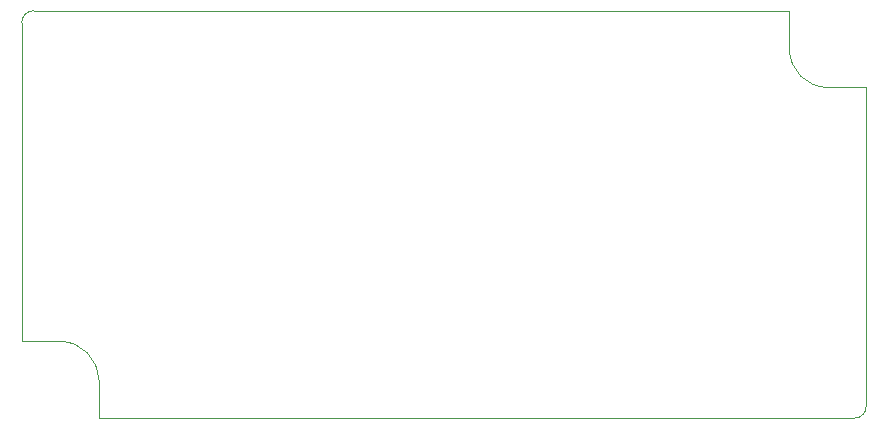
<source format=gbr>
%TF.GenerationSoftware,KiCad,Pcbnew,6.0.0*%
%TF.CreationDate,2022-09-17T11:35:24+02:00*%
%TF.ProjectId,cowprobe-rp,636f7770-726f-4626-952d-72702e6b6963,1*%
%TF.SameCoordinates,Original*%
%TF.FileFunction,Profile,NP*%
%FSLAX46Y46*%
G04 Gerber Fmt 4.6, Leading zero omitted, Abs format (unit mm)*
G04 Created by KiCad (PCBNEW 6.0.0) date 2022-09-17 11:35:24*
%MOMM*%
%LPD*%
G01*
G04 APERTURE LIST*
%TA.AperFunction,Profile*%
%ADD10C,0.100000*%
%TD*%
G04 APERTURE END LIST*
D10*
X112250000Y-87750000D02*
G75*
G03*
X111250000Y-88750000I3J-1000003D01*
G01*
X114500000Y-115750000D02*
X111250000Y-115750000D01*
X176250000Y-87750000D02*
X176250000Y-91000000D01*
X117750000Y-122250000D02*
X117750000Y-119000000D01*
X176250000Y-91000000D02*
G75*
G03*
X179500000Y-94250000I3250000J0D01*
G01*
X182750000Y-121250000D02*
X182750000Y-94250000D01*
X181750000Y-122250000D02*
G75*
G03*
X182750000Y-121250000I-3J1000003D01*
G01*
X117750000Y-119000000D02*
G75*
G03*
X114500000Y-115750000I-3250000J0D01*
G01*
X111250000Y-88750000D02*
X111250000Y-115750000D01*
X112250000Y-87750000D02*
X176250000Y-87750000D01*
X179500000Y-94250000D02*
X182750000Y-94250000D01*
X181750000Y-122250000D02*
X117750000Y-122250000D01*
M02*

</source>
